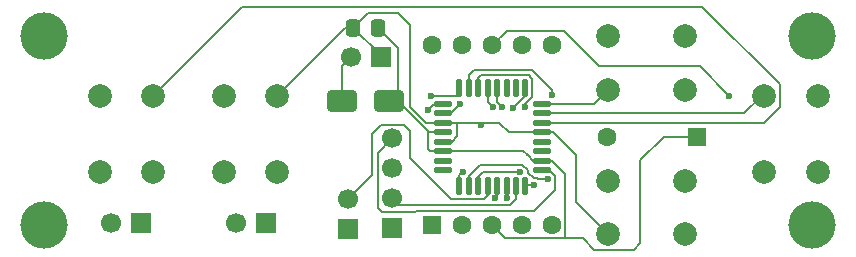
<source format=gbr>
G04 This is an RS-274x file exported by *
G04 gerbv version 2.10.0 *
G04 More information is available about gerbv at *
G04 https://gerbv.github.io/ *
G04 --End of header info--*
%MOIN*%
%FSLAX36Y36*%
%IPPOS*%
G04 --Define apertures--*
%ADD10C,0.0787*%
%ADD11R,0.0669X0.0669*%
%ADD12C,0.0669*%
%AMMACRO13*
4,1,4,0.013287,0.018701,-0.013287,0.018701,-0.013287,-0.018701,0.013287,-0.018701,0.013287,0.018701,0.000000*
1,1,0.019685,0.013287,0.018701*
1,1,0.019685,-0.013287,0.018701*
1,1,0.019685,-0.013287,-0.018701*
1,1,0.019685,0.013287,-0.018701*
20,1,0.019685,0.013287,0.018701,-0.013287,0.018701,0.000000*
20,1,0.019685,-0.013287,0.018701,-0.013287,-0.018701,0.000000*
20,1,0.019685,-0.013287,-0.018701,0.013287,-0.018701,0.000000*
20,1,0.019685,0.013287,-0.018701,0.013287,0.018701,0.000000*
%
%ADD13MACRO13*%
%ADD14C,0.0630*%
%ADD15R,0.0630X0.0630*%
%AMMACRO16*
4,1,4,-0.005413,-0.023622,0.005413,-0.023622,0.005413,0.023622,-0.005413,0.023622,-0.005413,-0.023622,0.000000*
1,1,0.010827,-0.005413,-0.023622*
1,1,0.010827,0.005413,-0.023622*
1,1,0.010827,0.005413,0.023622*
1,1,0.010827,-0.005413,0.023622*
20,1,0.010827,-0.005413,-0.023622,0.005413,-0.023622,0.000000*
20,1,0.010827,0.005413,-0.023622,0.005413,0.023622,0.000000*
20,1,0.010827,0.005413,0.023622,-0.005413,0.023622,0.000000*
20,1,0.010827,-0.005413,0.023622,-0.005413,-0.023622,0.000000*
%
%ADD16MACRO16*%
%AMMACRO17*
4,1,4,-0.023622,-0.005413,0.023622,-0.005413,0.023622,0.005413,-0.023622,0.005413,-0.023622,-0.005413,0.000000*
1,1,0.010827,-0.023622,-0.005413*
1,1,0.010827,0.023622,-0.005413*
1,1,0.010827,0.023622,0.005413*
1,1,0.010827,-0.023622,0.005413*
20,1,0.010827,-0.023622,-0.005413,0.023622,-0.005413,0.000000*
20,1,0.010827,0.023622,-0.005413,0.023622,0.005413,0.000000*
20,1,0.010827,0.023622,0.005413,-0.023622,0.005413,0.000000*
20,1,0.010827,-0.023622,0.005413,-0.023622,-0.005413,0.000000*
%
%ADD17MACRO17*%
%AMMACRO18*
4,1,4,0.023622,-0.023622,0.023622,0.023622,-0.023622,0.023622,-0.023622,-0.023622,0.023622,-0.023622,0.000000*
1,1,0.019685,0.023622,-0.023622*
1,1,0.019685,0.023622,0.023622*
1,1,0.019685,-0.023622,0.023622*
1,1,0.019685,-0.023622,-0.023622*
20,1,0.019685,0.023622,-0.023622,0.023622,0.023622,0.000000*
20,1,0.019685,0.023622,0.023622,-0.023622,0.023622,0.000000*
20,1,0.019685,-0.023622,0.023622,-0.023622,-0.023622,0.000000*
20,1,0.019685,-0.023622,-0.023622,0.023622,-0.023622,0.000000*
%
%ADD18MACRO18*%
%AMMACRO19*
4,1,4,0.039370,0.025591,-0.039370,0.025591,-0.039370,-0.025591,0.039370,-0.025591,0.039370,0.025591,0.000000*
1,1,0.019685,0.039370,0.025591*
1,1,0.019685,-0.039370,0.025591*
1,1,0.019685,-0.039370,-0.025591*
1,1,0.019685,0.039370,-0.025591*
20,1,0.019685,0.039370,0.025591,-0.039370,0.025591,0.000000*
20,1,0.019685,-0.039370,0.025591,-0.039370,-0.025591,0.000000*
20,1,0.019685,-0.039370,-0.025591,0.039370,-0.025591,0.000000*
20,1,0.019685,0.039370,-0.025591,0.039370,0.025591,0.000000*
%
%ADD19MACRO19*%
%ADD20C,0.1575*%
%ADD21C,0.0236*%
%ADD22C,0.0079*%
G04 --Start main section--*
G54D10*
G01X5088583Y-3484252D03*
G01X5088583Y-3228346D03*
G01X5265748Y-3484252D03*
G01X5265748Y-3228346D03*
G01X4675197Y-3484252D03*
G01X4675197Y-3228346D03*
G01X4852362Y-3484252D03*
G01X4852362Y-3228346D03*
G54D11*
G01X4812992Y-3651575D03*
G54D12*
G01X4712992Y-3651575D03*
G54D11*
G01X5227953Y-3651575D03*
G54D12*
G01X5127953Y-3651575D03*
G54D13*
G01X5518701Y-3001969D03*
G01X5600394Y-3001969D03*
G54D14*
G01X6364173Y-3366142D03*
G54D15*
G01X6663386Y-3366142D03*
G54D10*
G01X6889764Y-3484252D03*
G01X6889764Y-3228346D03*
G01X7066929Y-3484252D03*
G01X7066929Y-3228346D03*
G01X6368110Y-3513780D03*
G01X6624016Y-3513780D03*
G01X6368110Y-3690945D03*
G01X6624016Y-3690945D03*
G01X6624016Y-3208661D03*
G01X6368110Y-3208661D03*
G01X6624016Y-3031496D03*
G01X6368110Y-3031496D03*
G54D14*
G01X5782677Y-3061417D03*
G01X5882677Y-3061417D03*
G01X5982677Y-3061417D03*
G01X6082677Y-3061417D03*
G01X6182677Y-3061417D03*
G01X6182677Y-3661417D03*
G01X6082677Y-3661417D03*
G01X5982677Y-3661417D03*
G01X5882677Y-3661417D03*
G54D15*
G01X5782677Y-3661417D03*
G54D16*
G01X5872441Y-3202362D03*
G01X5903937Y-3202362D03*
G01X5935433Y-3202362D03*
G01X5966929Y-3202362D03*
G01X5998425Y-3202362D03*
G01X6029921Y-3202362D03*
G01X6061417Y-3202362D03*
G01X6092913Y-3202362D03*
G54D17*
G01X6146555Y-3256004D03*
G01X6146555Y-3287500D03*
G01X6146555Y-3318996D03*
G01X6146555Y-3350492D03*
G01X6146555Y-3381988D03*
G01X6146555Y-3413484D03*
G01X6146555Y-3444980D03*
G01X6146555Y-3476476D03*
G54D16*
G01X6092913Y-3530118D03*
G01X6061417Y-3530118D03*
G01X6029921Y-3530118D03*
G01X5998425Y-3530118D03*
G01X5966929Y-3530118D03*
G01X5935433Y-3530118D03*
G01X5903937Y-3530118D03*
G01X5872441Y-3530118D03*
G54D17*
G01X5818799Y-3476476D03*
G01X5818799Y-3444980D03*
G01X5818799Y-3413484D03*
G01X5818799Y-3381988D03*
G01X5818799Y-3350492D03*
G01X5818799Y-3318996D03*
G01X5818799Y-3287500D03*
G01X5818799Y-3256004D03*
G54D11*
G01X5501969Y-3672835D03*
G54D12*
G01X5501969Y-3572835D03*
G54D11*
G01X5649606Y-3671260D03*
G54D12*
G01X5649606Y-3571260D03*
G01X5649606Y-3471260D03*
G01X5649606Y-3371260D03*
G54D11*
G01X5610236Y-3100394D03*
G54D12*
G01X5510236Y-3100394D03*
G54D19*
G01X5639764Y-3248031D03*
G01X5482283Y-3248031D03*
G54D20*
G01X4488189Y-3661417D03*
G01X4488189Y-3031496D03*
G01X7047244Y-3661417D03*
G01X7047244Y-3031496D03*
G54D21*
G01X6771654Y-3228346D03*
G01X5944882Y-3326772D03*
G01X6016045Y-3268212D03*
G01X6031496Y-3569747D03*
G01X5991412Y-3570192D03*
G01X6052481Y-3269085D03*
G01X6120740Y-3527559D03*
G01X5767717Y-3277559D03*
G01X5875984Y-3257874D03*
G01X6181289Y-3227984D03*
G01X6092520Y-3267717D03*
G01X5984252Y-3267717D03*
G01X5777559Y-3228346D03*
G01X5883954Y-3483072D03*
G01X6166884Y-3506988D03*
G01X6073478Y-3482241D03*
G54D22*
G01X5501969Y-3572835D02*
G01X5580709Y-3494094D01*
G01X5708661Y-3435039D02*
G01X5846457Y-3572835D01*
G01X5580709Y-3494094D02*
G01X5580709Y-3356299D01*
G01X5611063Y-3325945D02*
G01X5688150Y-3325945D01*
G01X5966929Y-3560630D02*
G01X5966929Y-3530118D01*
G01X5688150Y-3325945D02*
G01X5708661Y-3346457D01*
G01X5580709Y-3356299D02*
G01X5611063Y-3325945D01*
G01X5708661Y-3346457D02*
G01X5708661Y-3435039D01*
G01X5846457Y-3572835D02*
G01X5954724Y-3572835D01*
G01X5954724Y-3572835D02*
G01X5966929Y-3560630D01*
G01X5147638Y-2933071D02*
G01X6683071Y-2933071D01*
G01X6683071Y-2933071D02*
G01X6940984Y-3190984D01*
G01X6940984Y-3190984D02*
G01X6940984Y-3265709D01*
G01X4852362Y-3228346D02*
G01X5147638Y-2933071D01*
G01X6940984Y-3265709D02*
G01X6887697Y-3318996D01*
G01X6887697Y-3318996D02*
G01X6146555Y-3318996D01*
G01X6673228Y-3129921D02*
G01X6771654Y-3228346D01*
G01X6032283Y-3011811D02*
G01X6141732Y-3011811D01*
G01X6220472Y-3011811D02*
G01X6299213Y-3090551D01*
G01X6141732Y-3011811D02*
G01X6220472Y-3011811D01*
G01X6299213Y-3090551D02*
G01X6338583Y-3129921D01*
G01X6594488Y-3129921D02*
G01X6673228Y-3129921D01*
G01X5982677Y-3061417D02*
G01X6032283Y-3011811D01*
G01X6338583Y-3129921D02*
G01X6594488Y-3129921D01*
G01X5818799Y-3318996D02*
G01X5762583Y-3318996D01*
G01X5762583Y-3318996D02*
G01X5708661Y-3265075D01*
G01X5708661Y-3265075D02*
G01X5708661Y-2992126D01*
G01X5708661Y-2992126D02*
G01X5669291Y-2952756D01*
G01X5567913Y-2952756D02*
G01X5518701Y-3001969D01*
G01X5669291Y-2952756D02*
G01X5567913Y-2952756D01*
G01X5518701Y-3001969D02*
G01X5492126Y-3001969D01*
G01X5492126Y-3001969D02*
G01X5265748Y-3228346D01*
G01X5610236Y-3100394D02*
G01X5610236Y-3093504D01*
G01X5610236Y-3093504D02*
G01X5518701Y-3001969D01*
G01X5482283Y-3248031D02*
G01X5482283Y-3128346D01*
G01X5482283Y-3128346D02*
G01X5510236Y-3100394D01*
G01X5600394Y-3001969D02*
G01X5669291Y-3070866D01*
G01X5669291Y-3070866D02*
G01X5669291Y-3218504D01*
G01X5669291Y-3218504D02*
G01X5639764Y-3248031D01*
G01X5518701Y-3083661D02*
G01X5501969Y-3100394D01*
G01X6283504Y-3704764D02*
G01X6320906Y-3742165D01*
G01X6320906Y-3742165D02*
G01X6454685Y-3742165D01*
G01X6454685Y-3742165D02*
G01X6476378Y-3720472D01*
G01X6555118Y-3366142D02*
G01X6663386Y-3366142D01*
G01X6476378Y-3720472D02*
G01X6476378Y-3444882D01*
G01X6240157Y-3704764D02*
G01X6283504Y-3704764D01*
G01X6476378Y-3444882D02*
G01X6555118Y-3366142D01*
G01X6240157Y-3704764D02*
G01X6231575Y-3704764D01*
G01X6231575Y-3704764D02*
G01X6226024Y-3699213D01*
G01X6216496Y-3704764D02*
G01X6220472Y-3704764D01*
G01X6220472Y-3704764D02*
G01X6226024Y-3699213D01*
G01X6226024Y-3489803D02*
G01X6181201Y-3444980D01*
G01X6226024Y-3699213D02*
G01X6226024Y-3489803D01*
G01X6181201Y-3444980D02*
G01X6146555Y-3444980D01*
G01X6220472Y-3704764D02*
G01X6240157Y-3704764D01*
G01X6259843Y-3543307D02*
G01X6259843Y-3582677D01*
G01X6259843Y-3582677D02*
G01X6368110Y-3690945D01*
G01X6259843Y-3425197D02*
G01X6259843Y-3543307D01*
G01X6240157Y-3405512D02*
G01X6259843Y-3425197D01*
G01X6146555Y-3350492D02*
G01X6185138Y-3350492D01*
G01X6185138Y-3350492D02*
G01X6240157Y-3405512D01*
G01X5982677Y-3661417D02*
G01X6026024Y-3704764D01*
G01X6026024Y-3704764D02*
G01X6216496Y-3704764D01*
G01X6097736Y-3425197D02*
G01X6100049Y-3427510D01*
G01X5818799Y-3413484D02*
G01X6086024Y-3413484D01*
G01X6086024Y-3413484D02*
G01X6100049Y-3427510D01*
G01X6100049Y-3427510D02*
G01X6117520Y-3444980D01*
G01X6117520Y-3444980D02*
G01X6146555Y-3444980D01*
G01X5775689Y-3413484D02*
G01X5767717Y-3405512D01*
G01X5767717Y-3354528D02*
G01X5771752Y-3350492D01*
G01X5818799Y-3413484D02*
G01X5775689Y-3413484D01*
G01X5767717Y-3405512D02*
G01X5767717Y-3354528D01*
G01X5818799Y-3350492D02*
G01X5771752Y-3350492D01*
G01X5669291Y-3248031D02*
G01X5639764Y-3248031D01*
G01X5771752Y-3350492D02*
G01X5669291Y-3248031D01*
G01X5935039Y-3318996D02*
G01X6006004Y-3318996D01*
G01X5937106Y-3318996D02*
G01X5944882Y-3326772D01*
G01X5935039Y-3318996D02*
G01X5937106Y-3318996D01*
G01X5818799Y-3318996D02*
G01X5866142Y-3318996D01*
G01X5818799Y-3381988D02*
G01X5847835Y-3381988D01*
G01X5847835Y-3381988D02*
G01X5866142Y-3363681D01*
G01X5866142Y-3363681D02*
G01X5866142Y-3318996D01*
G01X5866142Y-3318996D02*
G01X5935039Y-3318996D01*
G01X6006004Y-3318996D02*
G01X6037500Y-3350492D01*
G01X6037500Y-3350492D02*
G01X6146555Y-3350492D01*
G01X5998425Y-3202362D02*
G01X5998425Y-3248427D01*
G01X5998425Y-3248427D02*
G01X6016045Y-3266047D01*
G01X6016045Y-3266047D02*
G01X6016045Y-3268212D01*
G01X6029921Y-3530118D02*
G01X6029921Y-3568172D01*
G01X6029921Y-3568172D02*
G01X6031496Y-3569747D01*
G01X6146555Y-3476476D02*
G01X6169834Y-3476476D01*
G01X6169834Y-3476476D02*
G01X6190945Y-3497587D01*
G01X5600394Y-3602362D02*
G01X5600394Y-3420472D01*
G01X6190945Y-3497587D02*
G01X6190945Y-3543307D01*
G01X6190945Y-3543307D02*
G01X6122047Y-3612205D01*
G01X6122047Y-3612205D02*
G01X5728346Y-3612205D01*
G01X5728346Y-3612205D02*
G01X5723976Y-3616575D01*
G01X5723976Y-3616575D02*
G01X5614606Y-3616575D01*
G01X5614606Y-3616575D02*
G01X5600394Y-3602362D01*
G01X5600394Y-3420472D02*
G01X5649606Y-3371260D01*
G01X6040835Y-3593814D02*
G01X5672161Y-3593814D01*
G01X5672161Y-3593814D02*
G01X5649606Y-3571260D01*
G01X6061417Y-3530118D02*
G01X6061417Y-3573232D01*
G01X6040835Y-3593814D02*
G01X6042013Y-3593814D01*
G01X6061417Y-3573232D02*
G01X6040835Y-3593814D01*
G01X6042013Y-3593814D02*
G01X6041973Y-3593854D01*
G01X5672200Y-3593854D02*
G01X5649606Y-3571260D01*
G01X5998425Y-3558661D02*
G01X5994094Y-3562992D01*
G01X5998425Y-3530118D02*
G01X5998425Y-3558661D01*
G01X5994094Y-3562992D02*
G01X5994094Y-3567509D01*
G01X5994094Y-3567509D02*
G01X5991412Y-3570192D01*
G01X6052481Y-3269085D02*
G01X6092913Y-3228653D01*
G01X6092913Y-3228653D02*
G01X6092913Y-3202362D01*
G01X6320768Y-3256004D02*
G01X6368110Y-3208661D01*
G01X6146555Y-3287500D02*
G01X6820768Y-3287500D01*
G01X6820768Y-3287500D02*
G01X6879921Y-3228346D01*
G01X6146555Y-3256004D02*
G01X6320768Y-3256004D01*
G01X5903937Y-3202362D02*
G01X5903937Y-3161024D01*
G01X5903937Y-3161024D02*
G01X5921299Y-3143661D01*
G01X5921299Y-3143661D02*
G01X6116102Y-3143661D01*
G01X6116102Y-3143661D02*
G01X6181289Y-3208848D01*
G01X6181289Y-3208848D02*
G01X6181289Y-3227984D01*
G01X6120740Y-3527559D02*
G01X6095472Y-3527559D01*
G01X6095472Y-3527559D02*
G01X6092913Y-3530118D01*
G01X5767717Y-3277559D02*
G01X5789272Y-3256004D01*
G01X5789272Y-3256004D02*
G01X5818799Y-3256004D01*
G01X5846358Y-3287500D02*
G01X5875984Y-3257874D01*
G01X5818799Y-3287500D02*
G01X5846358Y-3287500D01*
G01X5872441Y-3222047D02*
G01X5866142Y-3228346D01*
G01X5872441Y-3202362D02*
G01X5872441Y-3222047D01*
G01X5866142Y-3228346D02*
G01X5777559Y-3228346D01*
G01X6092520Y-3256356D02*
G01X6092520Y-3267717D01*
G01X6115591Y-3228346D02*
G01X6115591Y-3233285D01*
G01X6115591Y-3233285D02*
G01X6092520Y-3256356D01*
G01X6112824Y-3168672D02*
G01X6115591Y-3171439D01*
G01X6103600Y-3159449D02*
G01X6112824Y-3168672D01*
G01X5944882Y-3159449D02*
G01X6103600Y-3159449D01*
G01X6115591Y-3171439D02*
G01X6115591Y-3228346D01*
G01X5935433Y-3202362D02*
G01X5935433Y-3168898D01*
G01X5935433Y-3168898D02*
G01X5944882Y-3159449D01*
G01X5966929Y-3250394D02*
G01X5984252Y-3267717D01*
G01X5966929Y-3202362D02*
G01X5966929Y-3250394D01*
G01X5872441Y-3530118D02*
G01X5872441Y-3494585D01*
G01X5872441Y-3494585D02*
G01X5883954Y-3483072D01*
G01X6134941Y-3506988D02*
G01X6131890Y-3503937D01*
G01X6131890Y-3503937D02*
G01X6120416Y-3503937D01*
G01X6120416Y-3503937D02*
G01X6102362Y-3485884D01*
G01X6102362Y-3485884D02*
G01X6102362Y-3477663D01*
G01X6166884Y-3506988D02*
G01X6134941Y-3506988D01*
G01X5903937Y-3495669D02*
G01X5903937Y-3530118D01*
G01X6102362Y-3477663D02*
G01X6082947Y-3458248D01*
G01X6082947Y-3458248D02*
G01X5941358Y-3458248D01*
G01X5941358Y-3458248D02*
G01X5903937Y-3495669D01*
G01X6071467Y-3484252D02*
G01X6073478Y-3482241D01*
G01X5952264Y-3484252D02*
G01X6071467Y-3484252D01*
G01X5935433Y-3501083D02*
G01X5952264Y-3484252D01*
G01X5935433Y-3530118D02*
G01X5935433Y-3501083D01*
M02*

</source>
